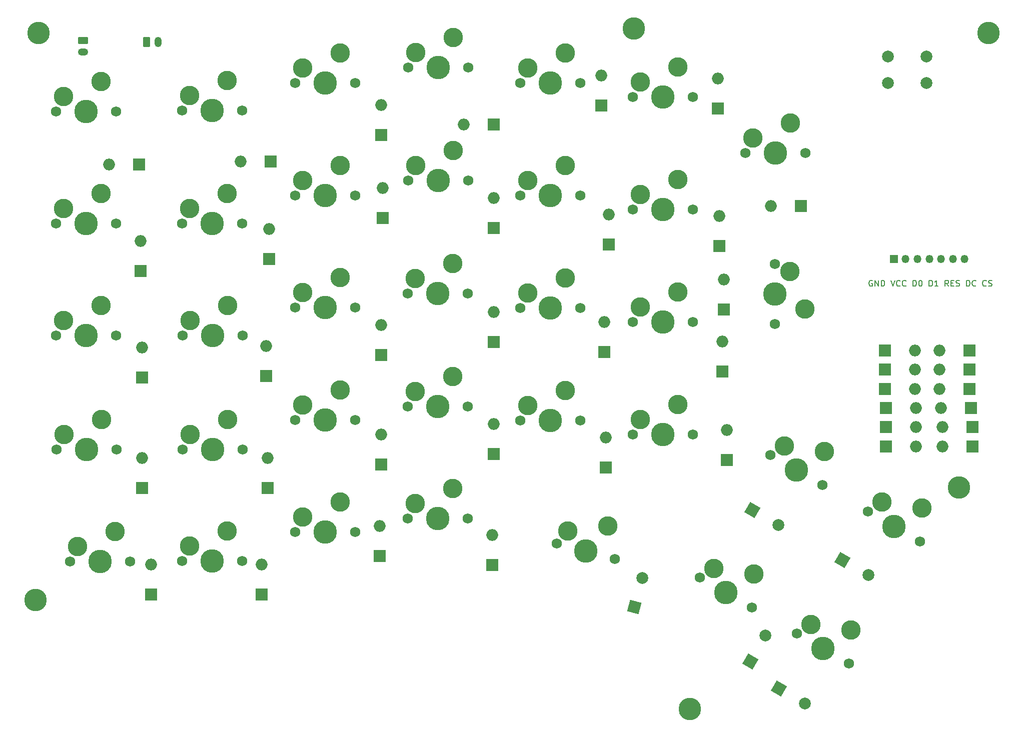
<source format=gts>
%TF.GenerationSoftware,KiCad,Pcbnew,8.0.2-1*%
%TF.CreationDate,2024-06-04T23:34:33+02:00*%
%TF.ProjectId,keyboard,6b657962-6f61-4726-942e-6b696361645f,rev?*%
%TF.SameCoordinates,Original*%
%TF.FileFunction,Soldermask,Top*%
%TF.FilePolarity,Negative*%
%FSLAX46Y46*%
G04 Gerber Fmt 4.6, Leading zero omitted, Abs format (unit mm)*
G04 Created by KiCad (PCBNEW 8.0.2-1) date 2024-06-04 23:34:33*
%MOMM*%
%LPD*%
G01*
G04 APERTURE LIST*
G04 Aperture macros list*
%AMRoundRect*
0 Rectangle with rounded corners*
0 $1 Rounding radius*
0 $2 $3 $4 $5 $6 $7 $8 $9 X,Y pos of 4 corners*
0 Add a 4 corners polygon primitive as box body*
4,1,4,$2,$3,$4,$5,$6,$7,$8,$9,$2,$3,0*
0 Add four circle primitives for the rounded corners*
1,1,$1+$1,$2,$3*
1,1,$1+$1,$4,$5*
1,1,$1+$1,$6,$7*
1,1,$1+$1,$8,$9*
0 Add four rect primitives between the rounded corners*
20,1,$1+$1,$2,$3,$4,$5,0*
20,1,$1+$1,$4,$5,$6,$7,0*
20,1,$1+$1,$6,$7,$8,$9,0*
20,1,$1+$1,$8,$9,$2,$3,0*%
%AMHorizOval*
0 Thick line with rounded ends*
0 $1 width*
0 $2 $3 position (X,Y) of the first rounded end (center of the circle)*
0 $4 $5 position (X,Y) of the second rounded end (center of the circle)*
0 Add line between two ends*
20,1,$1,$2,$3,$4,$5,0*
0 Add two circle primitives to create the rounded ends*
1,1,$1,$2,$3*
1,1,$1,$4,$5*%
%AMRotRect*
0 Rectangle, with rotation*
0 The origin of the aperture is its center*
0 $1 length*
0 $2 width*
0 $3 Rotation angle, in degrees counterclockwise*
0 Add horizontal line*
21,1,$1,$2,0,0,$3*%
G04 Aperture macros list end*
%ADD10C,0.150000*%
%ADD11C,3.800000*%
%ADD12R,1.350000X1.350000*%
%ADD13O,1.350000X1.350000*%
%ADD14R,2.000000X2.000000*%
%ADD15O,2.000000X2.000000*%
%ADD16C,1.750000*%
%ADD17C,3.987800*%
%ADD18C,3.300000*%
%ADD19RotRect,2.000000X2.000000X330.000000*%
%ADD20HorizOval,2.000000X0.000000X0.000000X0.000000X0.000000X0*%
%ADD21RoundRect,0.250000X-0.625000X0.350000X-0.625000X-0.350000X0.625000X-0.350000X0.625000X0.350000X0*%
%ADD22O,1.750000X1.200000*%
%ADD23RotRect,2.000000X2.000000X60.000000*%
%ADD24HorizOval,2.000000X0.000000X0.000000X0.000000X0.000000X0*%
%ADD25RotRect,2.000000X2.000000X75.000000*%
%ADD26HorizOval,2.000000X0.000000X0.000000X0.000000X0.000000X0*%
%ADD27RoundRect,0.250000X-0.350000X-0.625000X0.350000X-0.625000X0.350000X0.625000X-0.350000X0.625000X0*%
%ADD28O,1.200000X1.750000*%
%ADD29C,2.000000*%
G04 APERTURE END LIST*
D10*
X183610588Y-72417438D02*
X183515350Y-72369819D01*
X183515350Y-72369819D02*
X183372493Y-72369819D01*
X183372493Y-72369819D02*
X183229636Y-72417438D01*
X183229636Y-72417438D02*
X183134398Y-72512676D01*
X183134398Y-72512676D02*
X183086779Y-72607914D01*
X183086779Y-72607914D02*
X183039160Y-72798390D01*
X183039160Y-72798390D02*
X183039160Y-72941247D01*
X183039160Y-72941247D02*
X183086779Y-73131723D01*
X183086779Y-73131723D02*
X183134398Y-73226961D01*
X183134398Y-73226961D02*
X183229636Y-73322200D01*
X183229636Y-73322200D02*
X183372493Y-73369819D01*
X183372493Y-73369819D02*
X183467731Y-73369819D01*
X183467731Y-73369819D02*
X183610588Y-73322200D01*
X183610588Y-73322200D02*
X183658207Y-73274580D01*
X183658207Y-73274580D02*
X183658207Y-72941247D01*
X183658207Y-72941247D02*
X183467731Y-72941247D01*
X184086779Y-73369819D02*
X184086779Y-72369819D01*
X184086779Y-72369819D02*
X184658207Y-73369819D01*
X184658207Y-73369819D02*
X184658207Y-72369819D01*
X185134398Y-73369819D02*
X185134398Y-72369819D01*
X185134398Y-72369819D02*
X185372493Y-72369819D01*
X185372493Y-72369819D02*
X185515350Y-72417438D01*
X185515350Y-72417438D02*
X185610588Y-72512676D01*
X185610588Y-72512676D02*
X185658207Y-72607914D01*
X185658207Y-72607914D02*
X185705826Y-72798390D01*
X185705826Y-72798390D02*
X185705826Y-72941247D01*
X185705826Y-72941247D02*
X185658207Y-73131723D01*
X185658207Y-73131723D02*
X185610588Y-73226961D01*
X185610588Y-73226961D02*
X185515350Y-73322200D01*
X185515350Y-73322200D02*
X185372493Y-73369819D01*
X185372493Y-73369819D02*
X185134398Y-73369819D01*
X186753446Y-72369819D02*
X187086779Y-73369819D01*
X187086779Y-73369819D02*
X187420112Y-72369819D01*
X188324874Y-73274580D02*
X188277255Y-73322200D01*
X188277255Y-73322200D02*
X188134398Y-73369819D01*
X188134398Y-73369819D02*
X188039160Y-73369819D01*
X188039160Y-73369819D02*
X187896303Y-73322200D01*
X187896303Y-73322200D02*
X187801065Y-73226961D01*
X187801065Y-73226961D02*
X187753446Y-73131723D01*
X187753446Y-73131723D02*
X187705827Y-72941247D01*
X187705827Y-72941247D02*
X187705827Y-72798390D01*
X187705827Y-72798390D02*
X187753446Y-72607914D01*
X187753446Y-72607914D02*
X187801065Y-72512676D01*
X187801065Y-72512676D02*
X187896303Y-72417438D01*
X187896303Y-72417438D02*
X188039160Y-72369819D01*
X188039160Y-72369819D02*
X188134398Y-72369819D01*
X188134398Y-72369819D02*
X188277255Y-72417438D01*
X188277255Y-72417438D02*
X188324874Y-72465057D01*
X189324874Y-73274580D02*
X189277255Y-73322200D01*
X189277255Y-73322200D02*
X189134398Y-73369819D01*
X189134398Y-73369819D02*
X189039160Y-73369819D01*
X189039160Y-73369819D02*
X188896303Y-73322200D01*
X188896303Y-73322200D02*
X188801065Y-73226961D01*
X188801065Y-73226961D02*
X188753446Y-73131723D01*
X188753446Y-73131723D02*
X188705827Y-72941247D01*
X188705827Y-72941247D02*
X188705827Y-72798390D01*
X188705827Y-72798390D02*
X188753446Y-72607914D01*
X188753446Y-72607914D02*
X188801065Y-72512676D01*
X188801065Y-72512676D02*
X188896303Y-72417438D01*
X188896303Y-72417438D02*
X189039160Y-72369819D01*
X189039160Y-72369819D02*
X189134398Y-72369819D01*
X189134398Y-72369819D02*
X189277255Y-72417438D01*
X189277255Y-72417438D02*
X189324874Y-72465057D01*
X190515351Y-73369819D02*
X190515351Y-72369819D01*
X190515351Y-72369819D02*
X190753446Y-72369819D01*
X190753446Y-72369819D02*
X190896303Y-72417438D01*
X190896303Y-72417438D02*
X190991541Y-72512676D01*
X190991541Y-72512676D02*
X191039160Y-72607914D01*
X191039160Y-72607914D02*
X191086779Y-72798390D01*
X191086779Y-72798390D02*
X191086779Y-72941247D01*
X191086779Y-72941247D02*
X191039160Y-73131723D01*
X191039160Y-73131723D02*
X190991541Y-73226961D01*
X190991541Y-73226961D02*
X190896303Y-73322200D01*
X190896303Y-73322200D02*
X190753446Y-73369819D01*
X190753446Y-73369819D02*
X190515351Y-73369819D01*
X191705827Y-72369819D02*
X191801065Y-72369819D01*
X191801065Y-72369819D02*
X191896303Y-72417438D01*
X191896303Y-72417438D02*
X191943922Y-72465057D01*
X191943922Y-72465057D02*
X191991541Y-72560295D01*
X191991541Y-72560295D02*
X192039160Y-72750771D01*
X192039160Y-72750771D02*
X192039160Y-72988866D01*
X192039160Y-72988866D02*
X191991541Y-73179342D01*
X191991541Y-73179342D02*
X191943922Y-73274580D01*
X191943922Y-73274580D02*
X191896303Y-73322200D01*
X191896303Y-73322200D02*
X191801065Y-73369819D01*
X191801065Y-73369819D02*
X191705827Y-73369819D01*
X191705827Y-73369819D02*
X191610589Y-73322200D01*
X191610589Y-73322200D02*
X191562970Y-73274580D01*
X191562970Y-73274580D02*
X191515351Y-73179342D01*
X191515351Y-73179342D02*
X191467732Y-72988866D01*
X191467732Y-72988866D02*
X191467732Y-72750771D01*
X191467732Y-72750771D02*
X191515351Y-72560295D01*
X191515351Y-72560295D02*
X191562970Y-72465057D01*
X191562970Y-72465057D02*
X191610589Y-72417438D01*
X191610589Y-72417438D02*
X191705827Y-72369819D01*
X193229637Y-73369819D02*
X193229637Y-72369819D01*
X193229637Y-72369819D02*
X193467732Y-72369819D01*
X193467732Y-72369819D02*
X193610589Y-72417438D01*
X193610589Y-72417438D02*
X193705827Y-72512676D01*
X193705827Y-72512676D02*
X193753446Y-72607914D01*
X193753446Y-72607914D02*
X193801065Y-72798390D01*
X193801065Y-72798390D02*
X193801065Y-72941247D01*
X193801065Y-72941247D02*
X193753446Y-73131723D01*
X193753446Y-73131723D02*
X193705827Y-73226961D01*
X193705827Y-73226961D02*
X193610589Y-73322200D01*
X193610589Y-73322200D02*
X193467732Y-73369819D01*
X193467732Y-73369819D02*
X193229637Y-73369819D01*
X194753446Y-73369819D02*
X194182018Y-73369819D01*
X194467732Y-73369819D02*
X194467732Y-72369819D01*
X194467732Y-72369819D02*
X194372494Y-72512676D01*
X194372494Y-72512676D02*
X194277256Y-72607914D01*
X194277256Y-72607914D02*
X194182018Y-72655533D01*
X196515351Y-73369819D02*
X196182018Y-72893628D01*
X195943923Y-73369819D02*
X195943923Y-72369819D01*
X195943923Y-72369819D02*
X196324875Y-72369819D01*
X196324875Y-72369819D02*
X196420113Y-72417438D01*
X196420113Y-72417438D02*
X196467732Y-72465057D01*
X196467732Y-72465057D02*
X196515351Y-72560295D01*
X196515351Y-72560295D02*
X196515351Y-72703152D01*
X196515351Y-72703152D02*
X196467732Y-72798390D01*
X196467732Y-72798390D02*
X196420113Y-72846009D01*
X196420113Y-72846009D02*
X196324875Y-72893628D01*
X196324875Y-72893628D02*
X195943923Y-72893628D01*
X196943923Y-72846009D02*
X197277256Y-72846009D01*
X197420113Y-73369819D02*
X196943923Y-73369819D01*
X196943923Y-73369819D02*
X196943923Y-72369819D01*
X196943923Y-72369819D02*
X197420113Y-72369819D01*
X197801066Y-73322200D02*
X197943923Y-73369819D01*
X197943923Y-73369819D02*
X198182018Y-73369819D01*
X198182018Y-73369819D02*
X198277256Y-73322200D01*
X198277256Y-73322200D02*
X198324875Y-73274580D01*
X198324875Y-73274580D02*
X198372494Y-73179342D01*
X198372494Y-73179342D02*
X198372494Y-73084104D01*
X198372494Y-73084104D02*
X198324875Y-72988866D01*
X198324875Y-72988866D02*
X198277256Y-72941247D01*
X198277256Y-72941247D02*
X198182018Y-72893628D01*
X198182018Y-72893628D02*
X197991542Y-72846009D01*
X197991542Y-72846009D02*
X197896304Y-72798390D01*
X197896304Y-72798390D02*
X197848685Y-72750771D01*
X197848685Y-72750771D02*
X197801066Y-72655533D01*
X197801066Y-72655533D02*
X197801066Y-72560295D01*
X197801066Y-72560295D02*
X197848685Y-72465057D01*
X197848685Y-72465057D02*
X197896304Y-72417438D01*
X197896304Y-72417438D02*
X197991542Y-72369819D01*
X197991542Y-72369819D02*
X198229637Y-72369819D01*
X198229637Y-72369819D02*
X198372494Y-72417438D01*
X199562971Y-73369819D02*
X199562971Y-72369819D01*
X199562971Y-72369819D02*
X199801066Y-72369819D01*
X199801066Y-72369819D02*
X199943923Y-72417438D01*
X199943923Y-72417438D02*
X200039161Y-72512676D01*
X200039161Y-72512676D02*
X200086780Y-72607914D01*
X200086780Y-72607914D02*
X200134399Y-72798390D01*
X200134399Y-72798390D02*
X200134399Y-72941247D01*
X200134399Y-72941247D02*
X200086780Y-73131723D01*
X200086780Y-73131723D02*
X200039161Y-73226961D01*
X200039161Y-73226961D02*
X199943923Y-73322200D01*
X199943923Y-73322200D02*
X199801066Y-73369819D01*
X199801066Y-73369819D02*
X199562971Y-73369819D01*
X201134399Y-73274580D02*
X201086780Y-73322200D01*
X201086780Y-73322200D02*
X200943923Y-73369819D01*
X200943923Y-73369819D02*
X200848685Y-73369819D01*
X200848685Y-73369819D02*
X200705828Y-73322200D01*
X200705828Y-73322200D02*
X200610590Y-73226961D01*
X200610590Y-73226961D02*
X200562971Y-73131723D01*
X200562971Y-73131723D02*
X200515352Y-72941247D01*
X200515352Y-72941247D02*
X200515352Y-72798390D01*
X200515352Y-72798390D02*
X200562971Y-72607914D01*
X200562971Y-72607914D02*
X200610590Y-72512676D01*
X200610590Y-72512676D02*
X200705828Y-72417438D01*
X200705828Y-72417438D02*
X200848685Y-72369819D01*
X200848685Y-72369819D02*
X200943923Y-72369819D01*
X200943923Y-72369819D02*
X201086780Y-72417438D01*
X201086780Y-72417438D02*
X201134399Y-72465057D01*
X202896304Y-73274580D02*
X202848685Y-73322200D01*
X202848685Y-73322200D02*
X202705828Y-73369819D01*
X202705828Y-73369819D02*
X202610590Y-73369819D01*
X202610590Y-73369819D02*
X202467733Y-73322200D01*
X202467733Y-73322200D02*
X202372495Y-73226961D01*
X202372495Y-73226961D02*
X202324876Y-73131723D01*
X202324876Y-73131723D02*
X202277257Y-72941247D01*
X202277257Y-72941247D02*
X202277257Y-72798390D01*
X202277257Y-72798390D02*
X202324876Y-72607914D01*
X202324876Y-72607914D02*
X202372495Y-72512676D01*
X202372495Y-72512676D02*
X202467733Y-72417438D01*
X202467733Y-72417438D02*
X202610590Y-72369819D01*
X202610590Y-72369819D02*
X202705828Y-72369819D01*
X202705828Y-72369819D02*
X202848685Y-72417438D01*
X202848685Y-72417438D02*
X202896304Y-72465057D01*
X203277257Y-73322200D02*
X203420114Y-73369819D01*
X203420114Y-73369819D02*
X203658209Y-73369819D01*
X203658209Y-73369819D02*
X203753447Y-73322200D01*
X203753447Y-73322200D02*
X203801066Y-73274580D01*
X203801066Y-73274580D02*
X203848685Y-73179342D01*
X203848685Y-73179342D02*
X203848685Y-73084104D01*
X203848685Y-73084104D02*
X203801066Y-72988866D01*
X203801066Y-72988866D02*
X203753447Y-72941247D01*
X203753447Y-72941247D02*
X203658209Y-72893628D01*
X203658209Y-72893628D02*
X203467733Y-72846009D01*
X203467733Y-72846009D02*
X203372495Y-72798390D01*
X203372495Y-72798390D02*
X203324876Y-72750771D01*
X203324876Y-72750771D02*
X203277257Y-72655533D01*
X203277257Y-72655533D02*
X203277257Y-72560295D01*
X203277257Y-72560295D02*
X203324876Y-72465057D01*
X203324876Y-72465057D02*
X203372495Y-72417438D01*
X203372495Y-72417438D02*
X203467733Y-72369819D01*
X203467733Y-72369819D02*
X203705828Y-72369819D01*
X203705828Y-72369819D02*
X203848685Y-72417438D01*
D11*
%TO.C,H1*%
X198250000Y-107500000D03*
%TD*%
%TO.C,H2*%
X42500000Y-30500000D03*
%TD*%
%TO.C,H3*%
X152750000Y-145000000D03*
%TD*%
%TO.C,H6*%
X143250000Y-29750000D03*
%TD*%
%TO.C,H7*%
X203250000Y-30500000D03*
%TD*%
%TO.C,H5*%
X42000000Y-126500000D03*
%TD*%
D12*
%TO.C,Display*%
X187250000Y-68750000D03*
D13*
X189250000Y-68750000D03*
X191250000Y-68750000D03*
X193250000Y-68750000D03*
X195250000Y-68750000D03*
X197250000Y-68750000D03*
X199250000Y-68750000D03*
%TD*%
D14*
%TO.C,D[3:2]1*%
X100750000Y-61790000D03*
D15*
X100750000Y-56710000D03*
%TD*%
D16*
%TO.C,SW_[7:2]1*%
X167150000Y-79750000D03*
D17*
X167150000Y-74670000D03*
D16*
X167150000Y-69590000D03*
D18*
X169690000Y-70860000D03*
X172230000Y-77210000D03*
%TD*%
D16*
%TO.C,SW_[1:4]1*%
X55660000Y-101000000D03*
D17*
X50580000Y-101000000D03*
D16*
X45500000Y-101000000D03*
D18*
X46770000Y-98460000D03*
X53120000Y-95920000D03*
%TD*%
D14*
%TO.C,D_I_[6:2]1*%
X200040000Y-84250000D03*
D15*
X194960000Y-84250000D03*
%TD*%
D14*
%TO.C,D_I[1:2]1*%
X200540000Y-100500000D03*
D15*
X195460000Y-100500000D03*
%TD*%
D14*
%TO.C,D[4:2]1*%
X119500000Y-63540000D03*
D15*
X119500000Y-58460000D03*
%TD*%
D14*
%TO.C,D[5:1]1*%
X137750000Y-42790000D03*
D15*
X137750000Y-37710000D03*
%TD*%
D14*
%TO.C,D[1:5]1*%
X61540000Y-125540000D03*
D15*
X61540000Y-120460000D03*
%TD*%
D14*
%TO.C,D[6:2]1*%
X157750000Y-66540000D03*
D15*
X157750000Y-61460000D03*
%TD*%
D14*
%TO.C,D_I_[2:1]1*%
X185960000Y-97250000D03*
D15*
X191040000Y-97250000D03*
%TD*%
D16*
%TO.C,SW_[6:1]1*%
X153230000Y-41300000D03*
D17*
X148150000Y-41300000D03*
D16*
X143070000Y-41300000D03*
D18*
X144340000Y-38760000D03*
X150690000Y-36220000D03*
%TD*%
D14*
%TO.C,D_I_[2:2]1*%
X200540000Y-97250000D03*
D15*
X195460000Y-97250000D03*
%TD*%
D14*
%TO.C,D[5:2]1*%
X139000000Y-66290000D03*
D15*
X139000000Y-61210000D03*
%TD*%
D16*
%TO.C,SW_[2:4]1*%
X77000000Y-101000000D03*
D17*
X71920000Y-101000000D03*
D16*
X66840000Y-101000000D03*
D18*
X68110000Y-98460000D03*
X74460000Y-95920000D03*
%TD*%
D16*
%TO.C,SW_[2:5]1*%
X76944800Y-119930500D03*
D17*
X71864800Y-119930500D03*
D16*
X66784800Y-119930500D03*
D18*
X68054800Y-117390500D03*
X74404800Y-114850500D03*
%TD*%
D14*
%TO.C,D_I_[4:1]1*%
X185710000Y-90750000D03*
D15*
X190790000Y-90750000D03*
%TD*%
D16*
%TO.C,SW_[1:3]1*%
X55580000Y-81750000D03*
D17*
X50500000Y-81750000D03*
D16*
X45420000Y-81750000D03*
D18*
X46690000Y-79210000D03*
X53040000Y-76670000D03*
%TD*%
D14*
%TO.C,D[6:1]1*%
X157500000Y-43290000D03*
D15*
X157500000Y-38210000D03*
%TD*%
D14*
%TO.C,D[4:5]1*%
X119250000Y-120540000D03*
D15*
X119250000Y-115460000D03*
%TD*%
D19*
%TO.C,D[7:3]1*%
X163300296Y-111230000D03*
D20*
X167699705Y-113770000D03*
%TD*%
D16*
%TO.C,SW_[6:5]1*%
X163199409Y-127790001D03*
D17*
X158800000Y-125250000D03*
D16*
X154400591Y-122709999D03*
D18*
X156770444Y-121145295D03*
X163539705Y-122120591D03*
%TD*%
D16*
%TO.C,SW_[2:2]1*%
X76944800Y-62750000D03*
D17*
X71864800Y-62750000D03*
D16*
X66784800Y-62750000D03*
D18*
X68054800Y-60210000D03*
X74404800Y-57670000D03*
%TD*%
D21*
%TO.C,Battery1*%
X50000000Y-31750000D03*
D22*
X50000000Y-33750000D03*
%TD*%
D16*
%TO.C,SW_[4:3]1*%
X115144800Y-74630500D03*
D17*
X110064800Y-74630500D03*
D16*
X104984800Y-74630500D03*
D18*
X106254800Y-72090500D03*
X112604800Y-69550500D03*
%TD*%
D14*
%TO.C,D[1:1]1*%
X59540000Y-52750000D03*
D15*
X54460000Y-52750000D03*
%TD*%
D14*
%TO.C,D[4:1]1*%
X119540000Y-46000000D03*
D15*
X114460000Y-46000000D03*
%TD*%
D14*
%TO.C,D[2:4]1*%
X81250000Y-107540000D03*
D15*
X81250000Y-102460000D03*
%TD*%
%TO.C,D[1:4]1*%
X60000000Y-102460000D03*
D14*
X60000000Y-107540000D03*
%TD*%
D23*
%TO.C,D[6:5]1*%
X162980000Y-136949705D03*
D24*
X165520000Y-132550296D03*
%TD*%
D16*
%TO.C,SW_[6:4]1*%
X153230000Y-98450000D03*
D17*
X148150000Y-98450000D03*
D16*
X143070000Y-98450000D03*
D18*
X144340000Y-95910000D03*
X150690000Y-93370000D03*
%TD*%
D16*
%TO.C,SW_[5:5]1*%
X140000004Y-119550001D03*
D17*
X135093100Y-118235200D03*
D16*
X130186196Y-116920399D03*
D18*
X132070323Y-114795649D03*
X138861354Y-113985696D03*
%TD*%
D14*
%TO.C,D[6:4]1*%
X159000000Y-102790000D03*
D15*
X159000000Y-97710000D03*
%TD*%
D16*
%TO.C,SW_[7:3]1*%
X175150009Y-107050000D03*
D17*
X170750600Y-104510000D03*
D16*
X166351191Y-101970000D03*
D18*
X168721044Y-100405295D03*
X175490305Y-101380591D03*
%TD*%
D16*
%TO.C,SW_[3:1]1*%
X96080000Y-38950600D03*
D17*
X91000000Y-38950600D03*
D16*
X85920000Y-38950600D03*
D18*
X87190000Y-36410600D03*
X93540000Y-33870600D03*
%TD*%
D14*
%TO.C,D_I_[5:1]1*%
X185710000Y-87500000D03*
D15*
X190790000Y-87500000D03*
%TD*%
D16*
%TO.C,SW_[6:2]1*%
X153230000Y-60350000D03*
D17*
X148150000Y-60350000D03*
D16*
X143070000Y-60350000D03*
D18*
X144340000Y-57810000D03*
X150690000Y-55270000D03*
%TD*%
D14*
%TO.C,D[5:4]1*%
X138500000Y-104040000D03*
D15*
X138500000Y-98960000D03*
%TD*%
D25*
%TO.C,D[5:5]1*%
X143342600Y-127703452D03*
D26*
X144657401Y-122796549D03*
%TD*%
D14*
%TO.C,D[1:2]1*%
X59750000Y-70790000D03*
D15*
X59750000Y-65710000D03*
%TD*%
D14*
%TO.C,D[2:3]1*%
X81000000Y-88540000D03*
D15*
X81000000Y-83460000D03*
%TD*%
D16*
%TO.C,SW_[5:3]1*%
X134180000Y-77050000D03*
D17*
X129100000Y-77050000D03*
D16*
X124020000Y-77050000D03*
D18*
X125290000Y-74510000D03*
X131640000Y-71970000D03*
%TD*%
D14*
%TO.C,D[2:2]1*%
X81500000Y-68790000D03*
D15*
X81500000Y-63710000D03*
%TD*%
D16*
%TO.C,SW_[3:4]1*%
X96080000Y-96000000D03*
D17*
X91000000Y-96000000D03*
D16*
X85920000Y-96000000D03*
D18*
X87190000Y-93460000D03*
X93540000Y-90920000D03*
%TD*%
D14*
%TO.C,D[3:5]1*%
X100250000Y-119040000D03*
D15*
X100250000Y-113960000D03*
%TD*%
D14*
%TO.C,D[1:3]1*%
X60000000Y-88790000D03*
D15*
X60000000Y-83710000D03*
%TD*%
D14*
%TO.C,D[4:4]1*%
X119500000Y-101790000D03*
D15*
X119500000Y-96710000D03*
%TD*%
D14*
%TO.C,D_I_[5:2]1*%
X200040000Y-87500000D03*
D15*
X194960000Y-87500000D03*
%TD*%
D16*
%TO.C,SW_[5:1]1*%
X134180000Y-38950000D03*
D17*
X129100000Y-38950000D03*
D16*
X124020000Y-38950000D03*
D18*
X125290000Y-36410000D03*
X131640000Y-33870000D03*
%TD*%
D14*
%TO.C,D[7:1]1*%
X171540000Y-59750000D03*
D15*
X166460000Y-59750000D03*
%TD*%
D14*
%TO.C,DI_[1:1]1*%
X185960000Y-100500000D03*
D15*
X191040000Y-100500000D03*
%TD*%
D16*
%TO.C,SW_[4:5]1*%
X115160000Y-112750000D03*
D17*
X110080000Y-112750000D03*
D16*
X105000000Y-112750000D03*
D18*
X106270000Y-110210000D03*
X112620000Y-107670000D03*
%TD*%
D16*
%TO.C,SW_[1:5]1*%
X58000000Y-120000000D03*
D17*
X52920000Y-120000000D03*
D16*
X47840000Y-120000000D03*
D18*
X49110000Y-117460000D03*
X55460000Y-114920000D03*
%TD*%
D14*
%TO.C,D_I_[3:1]1*%
X185920000Y-94000000D03*
D15*
X191000000Y-94000000D03*
%TD*%
D16*
%TO.C,SW_[4:4]1*%
X115160000Y-93750000D03*
D17*
X110080000Y-93750000D03*
D16*
X105000000Y-93750000D03*
D18*
X106270000Y-91210000D03*
X112620000Y-88670000D03*
%TD*%
D16*
%TO.C,SW_[2:1]1*%
X76960000Y-43600000D03*
D17*
X71880000Y-43600000D03*
D16*
X66800000Y-43600000D03*
D18*
X68070000Y-41060000D03*
X74420000Y-38520000D03*
%TD*%
D14*
%TO.C,D[7:2]1*%
X158500000Y-77290000D03*
D15*
X158500000Y-72210000D03*
%TD*%
D16*
%TO.C,SW_[5:4]1*%
X134180000Y-96100000D03*
D17*
X129100000Y-96100000D03*
D16*
X124020000Y-96100000D03*
D18*
X125290000Y-93560000D03*
X131640000Y-91020000D03*
%TD*%
D14*
%TO.C,D[2:5]1*%
X80250000Y-125540000D03*
D15*
X80250000Y-120460000D03*
%TD*%
D19*
%TO.C,D[7:5]1*%
X167800295Y-141480000D03*
D20*
X172199704Y-144020000D03*
%TD*%
D16*
%TO.C,SW_[2:3]1*%
X77000000Y-81750000D03*
D17*
X71920000Y-81750000D03*
D16*
X66840000Y-81750000D03*
D18*
X68110000Y-79210000D03*
X74460000Y-76670000D03*
%TD*%
D27*
%TO.C,ON/OFF1*%
X60750000Y-32000000D03*
D28*
X62750000Y-32000000D03*
%TD*%
D18*
%TO.C,SW_[4:2]1*%
X112640000Y-50420000D03*
X106290000Y-52960000D03*
D16*
X105020000Y-55500000D03*
D17*
X110100000Y-55500000D03*
D16*
X115180000Y-55500000D03*
%TD*%
D29*
%TO.C,SW1*%
X192750000Y-34500000D03*
X186250000Y-34500000D03*
X192750000Y-39000000D03*
X186250000Y-39000000D03*
%TD*%
D16*
%TO.C,SW_[4:1]1*%
X115180000Y-36350000D03*
D17*
X110100000Y-36350000D03*
D16*
X105020000Y-36350000D03*
D18*
X106290000Y-33810000D03*
X112640000Y-31270000D03*
%TD*%
D19*
%TO.C,D[7:4]1*%
X178550295Y-119730000D03*
D20*
X182949704Y-122270000D03*
%TD*%
D16*
%TO.C,SW_[3:5]1*%
X96080000Y-115000000D03*
D17*
X91000000Y-115000000D03*
D16*
X85920000Y-115000000D03*
D18*
X87190000Y-112460000D03*
X93540000Y-109920000D03*
%TD*%
D14*
%TO.C,D[3:3]1*%
X100500000Y-85040000D03*
D15*
X100500000Y-79960000D03*
%TD*%
D14*
%TO.C,D[3:4]1*%
X100500000Y-103540000D03*
D15*
X100500000Y-98460000D03*
%TD*%
D16*
%TO.C,SW_[7:4]1*%
X191699409Y-116590000D03*
D17*
X187300000Y-114050000D03*
D16*
X182900591Y-111510000D03*
D18*
X185270444Y-109945295D03*
X192039705Y-110920591D03*
%TD*%
D16*
%TO.C,SW_[1:1]1*%
X55580000Y-43750000D03*
D17*
X50500000Y-43750000D03*
D16*
X45420000Y-43750000D03*
D18*
X46690000Y-41210000D03*
X53040000Y-38670000D03*
%TD*%
D14*
%TO.C,D_I_[4:2]1*%
X200040000Y-90750000D03*
D15*
X194960000Y-90750000D03*
%TD*%
D14*
%TO.C,D_I_[3:2]1*%
X200290000Y-94000000D03*
D15*
X195210000Y-94000000D03*
%TD*%
D14*
%TO.C,D_I_[6:1]1*%
X185710000Y-84250000D03*
D15*
X190790000Y-84250000D03*
%TD*%
D16*
%TO.C,SW_[5:2]1*%
X134180000Y-58000000D03*
D17*
X129100000Y-58000000D03*
D16*
X124020000Y-58000000D03*
D18*
X125290000Y-55460000D03*
X131640000Y-52920000D03*
%TD*%
D14*
%TO.C,D[6:3]1*%
X158250000Y-87790000D03*
D15*
X158250000Y-82710000D03*
%TD*%
D16*
%TO.C,SW_[3:2]1*%
X96080000Y-58000100D03*
D17*
X91000000Y-58000100D03*
D16*
X85920000Y-58000100D03*
D18*
X87190000Y-55460100D03*
X93540000Y-52920100D03*
%TD*%
D14*
%TO.C,D[5:3]1*%
X138250000Y-84540000D03*
D15*
X138250000Y-79460000D03*
%TD*%
D14*
%TO.C,D[4:3]1*%
X119500000Y-82790000D03*
D15*
X119500000Y-77710000D03*
%TD*%
D16*
%TO.C,SW_[1:2]1*%
X55580000Y-62750000D03*
D17*
X50500000Y-62750000D03*
D16*
X45420000Y-62750000D03*
D18*
X46690000Y-60210000D03*
X53040000Y-57670000D03*
%TD*%
D15*
%TO.C,D[2:1]1*%
X76710000Y-52250000D03*
D14*
X81790000Y-52250000D03*
%TD*%
D16*
%TO.C,SW_[3:3]1*%
X96080000Y-77000000D03*
D17*
X91000000Y-77000000D03*
D16*
X85920000Y-77000000D03*
D18*
X87190000Y-74460000D03*
X93540000Y-71920000D03*
%TD*%
D16*
%TO.C,SW_[7:1]1*%
X172280000Y-50850000D03*
D17*
X167200000Y-50850000D03*
D16*
X162120000Y-50850000D03*
D18*
X163390000Y-48310000D03*
X169740000Y-45770000D03*
%TD*%
D15*
%TO.C,D[3:1]1*%
X100500000Y-42710000D03*
D14*
X100500000Y-47790000D03*
%TD*%
D16*
%TO.C,SW_[7:5]1*%
X179649409Y-137290000D03*
D17*
X175250000Y-134750000D03*
D16*
X170850591Y-132210000D03*
D18*
X173220444Y-130645295D03*
X179989705Y-131620591D03*
%TD*%
D16*
%TO.C,SW_[6:3]1*%
X153230000Y-79430500D03*
D17*
X148150000Y-79430500D03*
D16*
X143070000Y-79430500D03*
D18*
X144340000Y-76890500D03*
X150690000Y-74350500D03*
%TD*%
M02*

</source>
